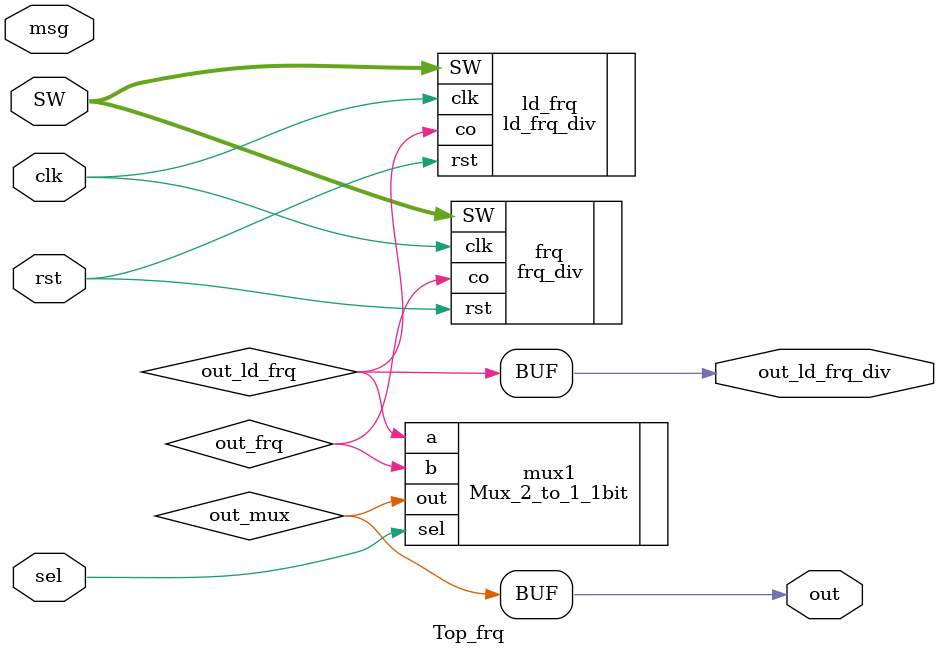
<source format=v>
module Top_frq(
    input clk,
    input rst,
    input sel,
    input [4:0] msg,
    input [2:0] SW,
    output out,
    output out_ld_frq_div
);

    wire out_ld_frq , out_frq;

    ld_frq_div ld_frq(
        .clk(clk),
        .rst(rst),
        .SW(SW),
        .co(out_ld_frq)
    );

    frq_div frq(
        .clk(clk),
        .rst(rst),
        .SW(SW),
        .co(out_frq)
    );

    Mux_2_to_1_1bit mux1(
        .sel(sel),
        .a(out_ld_frq),
        .b(out_frq),
        .out(out_mux)
    );

    assign out = out_mux;
    assign out_ld_frq_div = out_ld_frq;


endmodule
</source>
